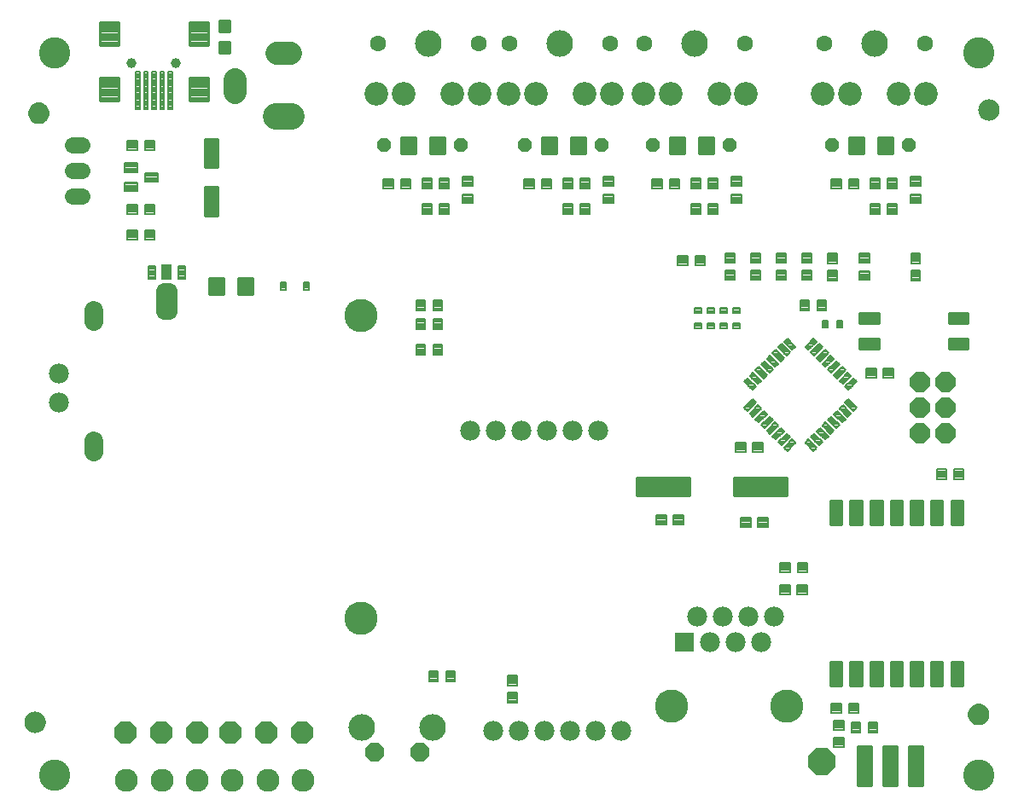
<source format=gbr>
G04 EAGLE Gerber RS-274X export*
G75*
%MOMM*%
%FSLAX34Y34*%
%LPD*%
%INSoldermask Top*%
%IPPOS*%
%AMOC8*
5,1,8,0,0,1.08239X$1,22.5*%
G01*
%ADD10C,2.641600*%
%ADD11C,2.351600*%
%ADD12C,1.601600*%
%ADD13C,0.198288*%
%ADD14P,1.429621X8X22.500000*%
%ADD15C,1.879600*%
%ADD16C,0.901600*%
%ADD17C,3.301600*%
%ADD18C,3.101600*%
%ADD19C,1.981200*%
%ADD20C,0.255238*%
%ADD21C,0.196594*%
%ADD22C,1.625600*%
%ADD23C,0.204847*%
%ADD24C,0.240253*%
%ADD25P,2.034460X8X22.500000*%
%ADD26C,0.221272*%
%ADD27C,0.204544*%
%ADD28C,0.294222*%
%ADD29C,1.001600*%
%ADD30C,0.207366*%
%ADD31C,1.597216*%
%ADD32R,1.016000X1.524000*%
%ADD33C,2.286000*%
%ADD34C,2.641600*%
%ADD35C,0.304800*%
%ADD36C,0.204722*%
%ADD37P,2.859241X8X22.500000*%
%ADD38C,0.260094*%
%ADD39C,0.233172*%
%ADD40P,2.144431X8X112.500000*%
%ADD41R,1.981200X1.981200*%
%ADD42C,2.286000*%
%ADD43P,2.446851X8X22.500000*%
%ADD44C,0.216288*%
%ADD45C,0.203463*%

G36*
X969892Y691286D02*
X969892Y691286D01*
X969935Y691298D01*
X970001Y691305D01*
X971684Y691756D01*
X971725Y691775D01*
X971788Y691794D01*
X973368Y692531D01*
X973405Y692557D01*
X973464Y692586D01*
X974892Y693586D01*
X974923Y693618D01*
X974976Y693657D01*
X976209Y694890D01*
X976234Y694926D01*
X976280Y694974D01*
X977280Y696402D01*
X977298Y696443D01*
X977335Y696498D01*
X978072Y698078D01*
X978083Y698121D01*
X978110Y698182D01*
X978561Y699865D01*
X978563Y699897D01*
X978570Y699918D01*
X978570Y699933D01*
X978580Y699974D01*
X978732Y701711D01*
X978728Y701755D01*
X978732Y701821D01*
X978580Y703558D01*
X978568Y703601D01*
X978561Y703667D01*
X978110Y705350D01*
X978091Y705391D01*
X978072Y705454D01*
X977335Y707034D01*
X977309Y707071D01*
X977280Y707130D01*
X976280Y708558D01*
X976248Y708589D01*
X976209Y708642D01*
X974976Y709875D01*
X974940Y709900D01*
X974892Y709946D01*
X973464Y710946D01*
X973423Y710964D01*
X973368Y711001D01*
X971788Y711738D01*
X971745Y711749D01*
X971684Y711776D01*
X970001Y712227D01*
X969956Y712230D01*
X969892Y712246D01*
X968155Y712398D01*
X968111Y712394D01*
X968045Y712398D01*
X966308Y712246D01*
X966265Y712234D01*
X966199Y712227D01*
X964516Y711776D01*
X964475Y711757D01*
X964412Y711738D01*
X962832Y711001D01*
X962795Y710975D01*
X962736Y710946D01*
X961308Y709946D01*
X961277Y709914D01*
X961224Y709875D01*
X959991Y708642D01*
X959966Y708606D01*
X959920Y708558D01*
X958920Y707130D01*
X958902Y707089D01*
X958865Y707034D01*
X958128Y705454D01*
X958117Y705411D01*
X958090Y705350D01*
X957639Y703667D01*
X957636Y703622D01*
X957620Y703558D01*
X957468Y701821D01*
X957472Y701777D01*
X957468Y701711D01*
X957620Y699974D01*
X957632Y699931D01*
X957636Y699897D01*
X957636Y699881D01*
X957638Y699876D01*
X957639Y699865D01*
X958090Y698182D01*
X958109Y698141D01*
X958128Y698078D01*
X958865Y696498D01*
X958891Y696461D01*
X958920Y696402D01*
X959920Y694974D01*
X959952Y694943D01*
X959991Y694890D01*
X961224Y693657D01*
X961260Y693632D01*
X961308Y693586D01*
X962736Y692586D01*
X962777Y692568D01*
X962832Y692531D01*
X964412Y691794D01*
X964455Y691783D01*
X964516Y691756D01*
X966199Y691305D01*
X966244Y691302D01*
X966308Y691286D01*
X968045Y691134D01*
X968089Y691138D01*
X968155Y691134D01*
X969892Y691286D01*
G37*
G36*
X27192Y688020D02*
X27192Y688020D01*
X27235Y688032D01*
X27301Y688039D01*
X28984Y688490D01*
X29025Y688509D01*
X29088Y688528D01*
X30668Y689265D01*
X30705Y689291D01*
X30764Y689320D01*
X32192Y690320D01*
X32223Y690352D01*
X32276Y690391D01*
X33509Y691624D01*
X33534Y691660D01*
X33580Y691708D01*
X34580Y693136D01*
X34598Y693177D01*
X34635Y693232D01*
X35372Y694812D01*
X35383Y694855D01*
X35410Y694916D01*
X35861Y696599D01*
X35863Y696631D01*
X35870Y696652D01*
X35870Y696667D01*
X35880Y696708D01*
X36032Y698445D01*
X36028Y698489D01*
X36032Y698555D01*
X35880Y700292D01*
X35868Y700335D01*
X35861Y700401D01*
X35410Y702084D01*
X35391Y702125D01*
X35372Y702188D01*
X34635Y703768D01*
X34609Y703805D01*
X34580Y703864D01*
X33580Y705292D01*
X33548Y705323D01*
X33509Y705376D01*
X32276Y706609D01*
X32240Y706634D01*
X32192Y706680D01*
X30764Y707680D01*
X30723Y707698D01*
X30668Y707735D01*
X29088Y708472D01*
X29045Y708483D01*
X28984Y708510D01*
X27301Y708961D01*
X27256Y708964D01*
X27192Y708980D01*
X25455Y709132D01*
X25411Y709128D01*
X25345Y709132D01*
X23608Y708980D01*
X23565Y708968D01*
X23499Y708961D01*
X21816Y708510D01*
X21775Y708491D01*
X21712Y708472D01*
X20132Y707735D01*
X20095Y707709D01*
X20036Y707680D01*
X18608Y706680D01*
X18577Y706648D01*
X18524Y706609D01*
X17291Y705376D01*
X17266Y705340D01*
X17220Y705292D01*
X16220Y703864D01*
X16202Y703823D01*
X16165Y703768D01*
X15428Y702188D01*
X15417Y702145D01*
X15390Y702084D01*
X14939Y700401D01*
X14936Y700356D01*
X14920Y700292D01*
X14768Y698555D01*
X14772Y698511D01*
X14768Y698445D01*
X14920Y696708D01*
X14932Y696665D01*
X14936Y696631D01*
X14936Y696615D01*
X14938Y696610D01*
X14939Y696599D01*
X15390Y694916D01*
X15409Y694875D01*
X15428Y694812D01*
X16165Y693232D01*
X16191Y693195D01*
X16220Y693136D01*
X17220Y691708D01*
X17252Y691677D01*
X17291Y691624D01*
X18524Y690391D01*
X18560Y690366D01*
X18608Y690320D01*
X20036Y689320D01*
X20077Y689302D01*
X20132Y689265D01*
X21712Y688528D01*
X21755Y688517D01*
X21816Y688490D01*
X23499Y688039D01*
X23544Y688036D01*
X23608Y688020D01*
X25345Y687868D01*
X25389Y687872D01*
X25455Y687868D01*
X27192Y688020D01*
G37*
G36*
X959692Y91120D02*
X959692Y91120D01*
X959735Y91132D01*
X959801Y91139D01*
X961484Y91590D01*
X961525Y91609D01*
X961588Y91628D01*
X963168Y92365D01*
X963205Y92391D01*
X963264Y92420D01*
X964692Y93420D01*
X964723Y93452D01*
X964776Y93491D01*
X966009Y94724D01*
X966034Y94760D01*
X966080Y94808D01*
X967080Y96236D01*
X967098Y96277D01*
X967135Y96332D01*
X967872Y97912D01*
X967883Y97955D01*
X967910Y98016D01*
X968361Y99699D01*
X968363Y99731D01*
X968370Y99752D01*
X968370Y99767D01*
X968380Y99808D01*
X968532Y101545D01*
X968528Y101589D01*
X968532Y101655D01*
X968380Y103392D01*
X968368Y103435D01*
X968361Y103501D01*
X967910Y105184D01*
X967891Y105225D01*
X967872Y105288D01*
X967135Y106868D01*
X967109Y106905D01*
X967080Y106964D01*
X966080Y108392D01*
X966048Y108423D01*
X966009Y108476D01*
X964776Y109709D01*
X964740Y109734D01*
X964692Y109780D01*
X963264Y110780D01*
X963223Y110798D01*
X963168Y110835D01*
X961588Y111572D01*
X961545Y111583D01*
X961484Y111610D01*
X959801Y112061D01*
X959756Y112064D01*
X959692Y112080D01*
X957955Y112232D01*
X957911Y112228D01*
X957845Y112232D01*
X956108Y112080D01*
X956065Y112068D01*
X955999Y112061D01*
X954316Y111610D01*
X954275Y111591D01*
X954212Y111572D01*
X952632Y110835D01*
X952595Y110809D01*
X952536Y110780D01*
X951108Y109780D01*
X951077Y109748D01*
X951024Y109709D01*
X949791Y108476D01*
X949766Y108440D01*
X949720Y108392D01*
X948720Y106964D01*
X948702Y106923D01*
X948665Y106868D01*
X947928Y105288D01*
X947917Y105245D01*
X947890Y105184D01*
X947439Y103501D01*
X947436Y103456D01*
X947420Y103392D01*
X947268Y101655D01*
X947272Y101611D01*
X947268Y101545D01*
X947420Y99808D01*
X947432Y99765D01*
X947436Y99731D01*
X947436Y99715D01*
X947438Y99710D01*
X947439Y99699D01*
X947890Y98016D01*
X947909Y97975D01*
X947928Y97912D01*
X948665Y96332D01*
X948691Y96295D01*
X948720Y96236D01*
X949720Y94808D01*
X949752Y94777D01*
X949791Y94724D01*
X951024Y93491D01*
X951060Y93466D01*
X951108Y93420D01*
X952536Y92420D01*
X952577Y92402D01*
X952632Y92365D01*
X954212Y91628D01*
X954255Y91617D01*
X954316Y91590D01*
X955999Y91139D01*
X956044Y91136D01*
X956108Y91120D01*
X957845Y90968D01*
X957889Y90972D01*
X957955Y90968D01*
X959692Y91120D01*
G37*
G36*
X23532Y83346D02*
X23532Y83346D01*
X23575Y83358D01*
X23641Y83365D01*
X25324Y83816D01*
X25365Y83835D01*
X25428Y83854D01*
X27008Y84591D01*
X27045Y84617D01*
X27104Y84646D01*
X28532Y85646D01*
X28563Y85678D01*
X28616Y85717D01*
X29849Y86950D01*
X29874Y86986D01*
X29920Y87034D01*
X30920Y88462D01*
X30938Y88503D01*
X30975Y88558D01*
X31712Y90138D01*
X31723Y90181D01*
X31750Y90242D01*
X32201Y91925D01*
X32203Y91957D01*
X32210Y91978D01*
X32210Y91993D01*
X32220Y92034D01*
X32372Y93771D01*
X32368Y93815D01*
X32372Y93881D01*
X32220Y95618D01*
X32208Y95661D01*
X32201Y95727D01*
X31750Y97410D01*
X31731Y97451D01*
X31712Y97514D01*
X30975Y99094D01*
X30949Y99131D01*
X30920Y99190D01*
X29920Y100618D01*
X29888Y100649D01*
X29849Y100702D01*
X28616Y101935D01*
X28580Y101960D01*
X28532Y102006D01*
X27104Y103006D01*
X27063Y103024D01*
X27008Y103061D01*
X25428Y103798D01*
X25385Y103809D01*
X25324Y103836D01*
X23641Y104287D01*
X23596Y104290D01*
X23532Y104306D01*
X21795Y104458D01*
X21751Y104454D01*
X21685Y104458D01*
X19948Y104306D01*
X19905Y104294D01*
X19839Y104287D01*
X18156Y103836D01*
X18115Y103817D01*
X18052Y103798D01*
X16472Y103061D01*
X16435Y103035D01*
X16376Y103006D01*
X14948Y102006D01*
X14917Y101974D01*
X14864Y101935D01*
X13631Y100702D01*
X13606Y100666D01*
X13560Y100618D01*
X12560Y99190D01*
X12542Y99149D01*
X12505Y99094D01*
X11768Y97514D01*
X11757Y97471D01*
X11730Y97410D01*
X11279Y95727D01*
X11276Y95682D01*
X11260Y95618D01*
X11108Y93881D01*
X11112Y93837D01*
X11108Y93771D01*
X11260Y92034D01*
X11272Y91991D01*
X11276Y91957D01*
X11276Y91941D01*
X11278Y91936D01*
X11279Y91925D01*
X11730Y90242D01*
X11749Y90201D01*
X11768Y90138D01*
X12505Y88558D01*
X12531Y88521D01*
X12560Y88462D01*
X13560Y87034D01*
X13592Y87003D01*
X13631Y86950D01*
X14864Y85717D01*
X14900Y85692D01*
X14948Y85646D01*
X16376Y84646D01*
X16417Y84628D01*
X16472Y84591D01*
X18052Y83854D01*
X18095Y83843D01*
X18156Y83816D01*
X19839Y83365D01*
X19884Y83362D01*
X19948Y83346D01*
X21685Y83194D01*
X21729Y83198D01*
X21795Y83194D01*
X23532Y83346D01*
G37*
D10*
X854400Y768166D03*
D11*
X878400Y718166D03*
X830400Y718166D03*
X803400Y718166D03*
X905400Y718166D03*
D12*
X904400Y768166D03*
X804400Y768166D03*
D10*
X676300Y768166D03*
D11*
X700300Y718166D03*
X652300Y718166D03*
X625300Y718166D03*
X727300Y718166D03*
D12*
X726300Y768166D03*
X626300Y768166D03*
D10*
X542650Y768166D03*
D11*
X566650Y718166D03*
X518650Y718166D03*
X491650Y718166D03*
X593650Y718166D03*
D12*
X592650Y768166D03*
X492650Y768166D03*
D13*
X562783Y633683D02*
X571817Y633683D01*
X571817Y623649D01*
X562783Y623649D01*
X562783Y633683D01*
X562783Y625533D02*
X571817Y625533D01*
X571817Y627417D02*
X562783Y627417D01*
X562783Y629301D02*
X571817Y629301D01*
X571817Y631185D02*
X562783Y631185D01*
X562783Y633069D02*
X571817Y633069D01*
X554817Y633683D02*
X545783Y633683D01*
X554817Y633683D02*
X554817Y623649D01*
X545783Y623649D01*
X545783Y633683D01*
X545783Y625533D02*
X554817Y625533D01*
X554817Y627417D02*
X545783Y627417D01*
X545783Y629301D02*
X554817Y629301D01*
X554817Y631185D02*
X545783Y631185D01*
X545783Y633069D02*
X554817Y633069D01*
D14*
X508000Y666766D03*
X584200Y666766D03*
D13*
X571817Y608283D02*
X562783Y608283D01*
X571817Y608283D02*
X571817Y598249D01*
X562783Y598249D01*
X562783Y608283D01*
X562783Y600133D02*
X571817Y600133D01*
X571817Y602017D02*
X562783Y602017D01*
X562783Y603901D02*
X571817Y603901D01*
X571817Y605785D02*
X562783Y605785D01*
X562783Y607669D02*
X571817Y607669D01*
X554817Y608283D02*
X545783Y608283D01*
X554817Y608283D02*
X554817Y598249D01*
X545783Y598249D01*
X545783Y608283D01*
X545783Y600133D02*
X554817Y600133D01*
X554817Y602017D02*
X545783Y602017D01*
X545783Y603901D02*
X554817Y603901D01*
X554817Y605785D02*
X545783Y605785D01*
X545783Y607669D02*
X554817Y607669D01*
X767017Y542133D02*
X767017Y533099D01*
X756983Y533099D01*
X756983Y542133D01*
X767017Y542133D01*
X767017Y534983D02*
X756983Y534983D01*
X756983Y536867D02*
X767017Y536867D01*
X767017Y538751D02*
X756983Y538751D01*
X756983Y540635D02*
X767017Y540635D01*
X767017Y550099D02*
X767017Y559133D01*
X767017Y550099D02*
X756983Y550099D01*
X756983Y559133D01*
X767017Y559133D01*
X767017Y551983D02*
X756983Y551983D01*
X756983Y553867D02*
X767017Y553867D01*
X767017Y555751D02*
X756983Y555751D01*
X756983Y557635D02*
X767017Y557635D01*
X782383Y559133D02*
X782383Y550099D01*
X782383Y559133D02*
X792417Y559133D01*
X792417Y550099D01*
X782383Y550099D01*
X782383Y551983D02*
X792417Y551983D01*
X792417Y553867D02*
X782383Y553867D01*
X782383Y555751D02*
X792417Y555751D01*
X792417Y557635D02*
X782383Y557635D01*
X782383Y542133D02*
X782383Y533099D01*
X782383Y542133D02*
X792417Y542133D01*
X792417Y533099D01*
X782383Y533099D01*
X782383Y534983D02*
X792417Y534983D01*
X792417Y536867D02*
X782383Y536867D01*
X782383Y538751D02*
X792417Y538751D01*
X792417Y540635D02*
X782383Y540635D01*
X706183Y550099D02*
X706183Y559133D01*
X716217Y559133D01*
X716217Y550099D01*
X706183Y550099D01*
X706183Y551983D02*
X716217Y551983D01*
X716217Y553867D02*
X706183Y553867D01*
X706183Y555751D02*
X716217Y555751D01*
X716217Y557635D02*
X706183Y557635D01*
X706183Y542133D02*
X706183Y533099D01*
X706183Y542133D02*
X716217Y542133D01*
X716217Y533099D01*
X706183Y533099D01*
X706183Y534983D02*
X716217Y534983D01*
X716217Y536867D02*
X706183Y536867D01*
X706183Y538751D02*
X716217Y538751D01*
X716217Y540635D02*
X706183Y540635D01*
X741617Y542133D02*
X741617Y533099D01*
X731583Y533099D01*
X731583Y542133D01*
X741617Y542133D01*
X741617Y534983D02*
X731583Y534983D01*
X731583Y536867D02*
X741617Y536867D01*
X741617Y538751D02*
X731583Y538751D01*
X731583Y540635D02*
X741617Y540635D01*
X741617Y550099D02*
X741617Y559133D01*
X741617Y550099D02*
X731583Y550099D01*
X731583Y559133D01*
X741617Y559133D01*
X741617Y551983D02*
X731583Y551983D01*
X731583Y553867D02*
X741617Y553867D01*
X741617Y555751D02*
X731583Y555751D01*
X731583Y557635D02*
X741617Y557635D01*
X867583Y633683D02*
X876617Y633683D01*
X876617Y623649D01*
X867583Y623649D01*
X867583Y633683D01*
X867583Y625533D02*
X876617Y625533D01*
X876617Y627417D02*
X867583Y627417D01*
X867583Y629301D02*
X876617Y629301D01*
X876617Y631185D02*
X867583Y631185D01*
X867583Y633069D02*
X876617Y633069D01*
X859617Y633683D02*
X850583Y633683D01*
X859617Y633683D02*
X859617Y623649D01*
X850583Y623649D01*
X850583Y633683D01*
X850583Y625533D02*
X859617Y625533D01*
X859617Y627417D02*
X850583Y627417D01*
X850583Y629301D02*
X859617Y629301D01*
X859617Y631185D02*
X850583Y631185D01*
X850583Y633069D02*
X859617Y633069D01*
D14*
X812800Y666766D03*
X889000Y666766D03*
D13*
X876617Y608283D02*
X867583Y608283D01*
X876617Y608283D02*
X876617Y598249D01*
X867583Y598249D01*
X867583Y608283D01*
X867583Y600133D02*
X876617Y600133D01*
X876617Y602017D02*
X867583Y602017D01*
X867583Y603901D02*
X876617Y603901D01*
X876617Y605785D02*
X867583Y605785D01*
X867583Y607669D02*
X876617Y607669D01*
X859617Y608283D02*
X850583Y608283D01*
X859617Y608283D02*
X859617Y598249D01*
X850583Y598249D01*
X850583Y608283D01*
X850583Y600133D02*
X859617Y600133D01*
X859617Y602017D02*
X850583Y602017D01*
X850583Y603901D02*
X859617Y603901D01*
X859617Y605785D02*
X850583Y605785D01*
X850583Y607669D02*
X859617Y607669D01*
X432117Y633683D02*
X423083Y633683D01*
X432117Y633683D02*
X432117Y623649D01*
X423083Y623649D01*
X423083Y633683D01*
X423083Y625533D02*
X432117Y625533D01*
X432117Y627417D02*
X423083Y627417D01*
X423083Y629301D02*
X432117Y629301D01*
X432117Y631185D02*
X423083Y631185D01*
X423083Y633069D02*
X432117Y633069D01*
X415117Y633683D02*
X406083Y633683D01*
X415117Y633683D02*
X415117Y623649D01*
X406083Y623649D01*
X406083Y633683D01*
X406083Y625533D02*
X415117Y625533D01*
X415117Y627417D02*
X406083Y627417D01*
X406083Y629301D02*
X415117Y629301D01*
X415117Y631185D02*
X406083Y631185D01*
X406083Y633069D02*
X415117Y633069D01*
D14*
X368300Y666766D03*
X444500Y666766D03*
D13*
X432117Y608283D02*
X423083Y608283D01*
X432117Y608283D02*
X432117Y598249D01*
X423083Y598249D01*
X423083Y608283D01*
X423083Y600133D02*
X432117Y600133D01*
X432117Y602017D02*
X423083Y602017D01*
X423083Y603901D02*
X432117Y603901D01*
X432117Y605785D02*
X423083Y605785D01*
X423083Y607669D02*
X432117Y607669D01*
X415117Y608283D02*
X406083Y608283D01*
X415117Y608283D02*
X415117Y598249D01*
X406083Y598249D01*
X406083Y608283D01*
X406083Y600133D02*
X415117Y600133D01*
X415117Y602017D02*
X406083Y602017D01*
X406083Y603901D02*
X415117Y603901D01*
X415117Y605785D02*
X406083Y605785D01*
X406083Y607669D02*
X415117Y607669D01*
X408767Y502983D02*
X399733Y502983D01*
X399733Y513017D01*
X408767Y513017D01*
X408767Y502983D01*
X408767Y504867D02*
X399733Y504867D01*
X399733Y506751D02*
X408767Y506751D01*
X408767Y508635D02*
X399733Y508635D01*
X399733Y510519D02*
X408767Y510519D01*
X408767Y512403D02*
X399733Y512403D01*
X416733Y502983D02*
X425767Y502983D01*
X416733Y502983D02*
X416733Y513017D01*
X425767Y513017D01*
X425767Y502983D01*
X425767Y504867D02*
X416733Y504867D01*
X416733Y506751D02*
X425767Y506751D01*
X425767Y508635D02*
X416733Y508635D01*
X416733Y510519D02*
X425767Y510519D01*
X425767Y512403D02*
X416733Y512403D01*
D10*
X411700Y768166D03*
D11*
X435700Y718166D03*
X387700Y718166D03*
X360700Y718166D03*
X462700Y718166D03*
D12*
X461700Y768166D03*
X361700Y768166D03*
D13*
X689783Y633683D02*
X698817Y633683D01*
X698817Y623649D01*
X689783Y623649D01*
X689783Y633683D01*
X689783Y625533D02*
X698817Y625533D01*
X698817Y627417D02*
X689783Y627417D01*
X689783Y629301D02*
X698817Y629301D01*
X698817Y631185D02*
X689783Y631185D01*
X689783Y633069D02*
X698817Y633069D01*
X681817Y633683D02*
X672783Y633683D01*
X681817Y633683D02*
X681817Y623649D01*
X672783Y623649D01*
X672783Y633683D01*
X672783Y625533D02*
X681817Y625533D01*
X681817Y627417D02*
X672783Y627417D01*
X672783Y629301D02*
X681817Y629301D01*
X681817Y631185D02*
X672783Y631185D01*
X672783Y633069D02*
X681817Y633069D01*
D14*
X635000Y666766D03*
X711200Y666766D03*
D13*
X698817Y608283D02*
X689783Y608283D01*
X698817Y608283D02*
X698817Y598249D01*
X689783Y598249D01*
X689783Y608283D01*
X689783Y600133D02*
X698817Y600133D01*
X698817Y602017D02*
X689783Y602017D01*
X689783Y603901D02*
X698817Y603901D01*
X698817Y605785D02*
X689783Y605785D01*
X689783Y607669D02*
X698817Y607669D01*
X681817Y608283D02*
X672783Y608283D01*
X681817Y608283D02*
X681817Y598249D01*
X672783Y598249D01*
X672783Y608283D01*
X672783Y600133D02*
X681817Y600133D01*
X681817Y602017D02*
X672783Y602017D01*
X672783Y603901D02*
X681817Y603901D01*
X681817Y605785D02*
X672783Y605785D01*
X672783Y607669D02*
X681817Y607669D01*
D15*
X80100Y502800D02*
X80100Y492132D01*
X80100Y372800D02*
X80100Y362132D01*
D16*
X80100Y497466D03*
X80100Y367466D03*
D17*
X345100Y197466D03*
X345100Y497466D03*
D18*
X41000Y758066D03*
X958000Y758066D03*
X41000Y41066D03*
X958000Y41066D03*
D19*
X476200Y85766D03*
X501600Y85766D03*
X527000Y85766D03*
X552400Y85766D03*
X577800Y85766D03*
X603200Y85766D03*
D20*
X427852Y658519D02*
X413388Y658519D01*
X413388Y675013D01*
X427852Y675013D01*
X427852Y658519D01*
X427852Y660943D02*
X413388Y660943D01*
X413388Y663367D02*
X427852Y663367D01*
X427852Y665791D02*
X413388Y665791D01*
X413388Y668215D02*
X427852Y668215D01*
X427852Y670639D02*
X413388Y670639D01*
X413388Y673063D02*
X427852Y673063D01*
X399412Y658519D02*
X384948Y658519D01*
X384948Y675013D01*
X399412Y675013D01*
X399412Y658519D01*
X399412Y660943D02*
X384948Y660943D01*
X384948Y663367D02*
X399412Y663367D01*
X399412Y665791D02*
X384948Y665791D01*
X384948Y668215D02*
X399412Y668215D01*
X399412Y670639D02*
X384948Y670639D01*
X384948Y673063D02*
X399412Y673063D01*
X553088Y658519D02*
X567552Y658519D01*
X553088Y658519D02*
X553088Y675013D01*
X567552Y675013D01*
X567552Y658519D01*
X567552Y660943D02*
X553088Y660943D01*
X553088Y663367D02*
X567552Y663367D01*
X567552Y665791D02*
X553088Y665791D01*
X553088Y668215D02*
X567552Y668215D01*
X567552Y670639D02*
X553088Y670639D01*
X553088Y673063D02*
X567552Y673063D01*
X539112Y658519D02*
X524648Y658519D01*
X524648Y675013D01*
X539112Y675013D01*
X539112Y658519D01*
X539112Y660943D02*
X524648Y660943D01*
X524648Y663367D02*
X539112Y663367D01*
X539112Y665791D02*
X524648Y665791D01*
X524648Y668215D02*
X539112Y668215D01*
X539112Y670639D02*
X524648Y670639D01*
X524648Y673063D02*
X539112Y673063D01*
X680088Y658519D02*
X694552Y658519D01*
X680088Y658519D02*
X680088Y675013D01*
X694552Y675013D01*
X694552Y658519D01*
X694552Y660943D02*
X680088Y660943D01*
X680088Y663367D02*
X694552Y663367D01*
X694552Y665791D02*
X680088Y665791D01*
X680088Y668215D02*
X694552Y668215D01*
X694552Y670639D02*
X680088Y670639D01*
X680088Y673063D02*
X694552Y673063D01*
X666112Y658519D02*
X651648Y658519D01*
X651648Y675013D01*
X666112Y675013D01*
X666112Y658519D01*
X666112Y660943D02*
X651648Y660943D01*
X651648Y663367D02*
X666112Y663367D01*
X666112Y665791D02*
X651648Y665791D01*
X651648Y668215D02*
X666112Y668215D01*
X666112Y670639D02*
X651648Y670639D01*
X651648Y673063D02*
X666112Y673063D01*
X857888Y658519D02*
X872352Y658519D01*
X857888Y658519D02*
X857888Y675013D01*
X872352Y675013D01*
X872352Y658519D01*
X872352Y660943D02*
X857888Y660943D01*
X857888Y663367D02*
X872352Y663367D01*
X872352Y665791D02*
X857888Y665791D01*
X857888Y668215D02*
X872352Y668215D01*
X872352Y670639D02*
X857888Y670639D01*
X857888Y673063D02*
X872352Y673063D01*
X843912Y658519D02*
X829448Y658519D01*
X829448Y675013D01*
X843912Y675013D01*
X843912Y658519D01*
X843912Y660943D02*
X829448Y660943D01*
X829448Y663367D02*
X843912Y663367D01*
X843912Y665791D02*
X829448Y665791D01*
X829448Y668215D02*
X843912Y668215D01*
X843912Y670639D02*
X829448Y670639D01*
X829448Y673063D02*
X843912Y673063D01*
D13*
X445833Y635317D02*
X445833Y626283D01*
X445833Y635317D02*
X455867Y635317D01*
X455867Y626283D01*
X445833Y626283D01*
X445833Y628167D02*
X455867Y628167D01*
X455867Y630051D02*
X445833Y630051D01*
X445833Y631935D02*
X455867Y631935D01*
X455867Y633819D02*
X445833Y633819D01*
X445833Y618317D02*
X445833Y609283D01*
X445833Y618317D02*
X455867Y618317D01*
X455867Y609283D01*
X445833Y609283D01*
X445833Y611167D02*
X455867Y611167D01*
X455867Y613051D02*
X445833Y613051D01*
X445833Y614935D02*
X455867Y614935D01*
X455867Y616819D02*
X445833Y616819D01*
X585533Y626283D02*
X585533Y635317D01*
X595567Y635317D01*
X595567Y626283D01*
X585533Y626283D01*
X585533Y628167D02*
X595567Y628167D01*
X595567Y630051D02*
X585533Y630051D01*
X585533Y631935D02*
X595567Y631935D01*
X595567Y633819D02*
X585533Y633819D01*
X585533Y618317D02*
X585533Y609283D01*
X585533Y618317D02*
X595567Y618317D01*
X595567Y609283D01*
X585533Y609283D01*
X585533Y611167D02*
X595567Y611167D01*
X595567Y613051D02*
X585533Y613051D01*
X585533Y614935D02*
X595567Y614935D01*
X595567Y616819D02*
X585533Y616819D01*
X712533Y626283D02*
X712533Y635317D01*
X722567Y635317D01*
X722567Y626283D01*
X712533Y626283D01*
X712533Y628167D02*
X722567Y628167D01*
X722567Y630051D02*
X712533Y630051D01*
X712533Y631935D02*
X722567Y631935D01*
X722567Y633819D02*
X712533Y633819D01*
X712533Y618317D02*
X712533Y609283D01*
X712533Y618317D02*
X722567Y618317D01*
X722567Y609283D01*
X712533Y609283D01*
X712533Y611167D02*
X722567Y611167D01*
X722567Y613051D02*
X712533Y613051D01*
X712533Y614935D02*
X722567Y614935D01*
X722567Y616819D02*
X712533Y616819D01*
X890333Y626283D02*
X890333Y635317D01*
X900367Y635317D01*
X900367Y626283D01*
X890333Y626283D01*
X890333Y628167D02*
X900367Y628167D01*
X900367Y630051D02*
X890333Y630051D01*
X890333Y631935D02*
X900367Y631935D01*
X900367Y633819D02*
X890333Y633819D01*
X890333Y618317D02*
X890333Y609283D01*
X890333Y618317D02*
X900367Y618317D01*
X900367Y609283D01*
X890333Y609283D01*
X890333Y611167D02*
X900367Y611167D01*
X900367Y613051D02*
X890333Y613051D01*
X890333Y614935D02*
X900367Y614935D01*
X900367Y616819D02*
X890333Y616819D01*
D21*
X110711Y639920D02*
X110711Y648876D01*
X122969Y648876D01*
X122969Y639920D01*
X110711Y639920D01*
X110711Y641788D02*
X122969Y641788D01*
X122969Y643656D02*
X110711Y643656D01*
X110711Y645524D02*
X122969Y645524D01*
X122969Y647392D02*
X110711Y647392D01*
X110711Y630080D02*
X110711Y621124D01*
X110711Y630080D02*
X122969Y630080D01*
X122969Y621124D01*
X110711Y621124D01*
X110711Y622992D02*
X122969Y622992D01*
X122969Y624860D02*
X110711Y624860D01*
X110711Y626728D02*
X122969Y626728D01*
X122969Y628596D02*
X110711Y628596D01*
X131031Y630522D02*
X131031Y639478D01*
X143289Y639478D01*
X143289Y630522D01*
X131031Y630522D01*
X131031Y632390D02*
X143289Y632390D01*
X143289Y634258D02*
X131031Y634258D01*
X131031Y636126D02*
X143289Y636126D01*
X143289Y637994D02*
X131031Y637994D01*
D13*
X123517Y662249D02*
X113483Y662249D01*
X113483Y671283D01*
X123517Y671283D01*
X123517Y662249D01*
X123517Y664133D02*
X113483Y664133D01*
X113483Y666017D02*
X123517Y666017D01*
X123517Y667901D02*
X113483Y667901D01*
X113483Y669785D02*
X123517Y669785D01*
X130483Y662249D02*
X140517Y662249D01*
X130483Y662249D02*
X130483Y671283D01*
X140517Y671283D01*
X140517Y662249D01*
X140517Y664133D02*
X130483Y664133D01*
X130483Y666017D02*
X140517Y666017D01*
X140517Y667901D02*
X130483Y667901D01*
X130483Y669785D02*
X140517Y669785D01*
X140517Y607783D02*
X130483Y607783D01*
X140517Y607783D02*
X140517Y598749D01*
X130483Y598749D01*
X130483Y607783D01*
X130483Y600633D02*
X140517Y600633D01*
X140517Y602517D02*
X130483Y602517D01*
X130483Y604401D02*
X140517Y604401D01*
X140517Y606285D02*
X130483Y606285D01*
X123517Y607783D02*
X113483Y607783D01*
X123517Y607783D02*
X123517Y598749D01*
X113483Y598749D01*
X113483Y607783D01*
X113483Y600633D02*
X123517Y600633D01*
X123517Y602517D02*
X113483Y602517D01*
X113483Y604401D02*
X123517Y604401D01*
X123517Y606285D02*
X113483Y606285D01*
D22*
X68072Y666766D02*
X58928Y666766D01*
X58928Y641366D02*
X68072Y641366D01*
X68072Y615966D02*
X58928Y615966D01*
D13*
X367483Y624149D02*
X377517Y624149D01*
X367483Y624149D02*
X367483Y633183D01*
X377517Y633183D01*
X377517Y624149D01*
X377517Y626033D02*
X367483Y626033D01*
X367483Y627917D02*
X377517Y627917D01*
X377517Y629801D02*
X367483Y629801D01*
X367483Y631685D02*
X377517Y631685D01*
X384483Y624149D02*
X394517Y624149D01*
X384483Y624149D02*
X384483Y633183D01*
X394517Y633183D01*
X394517Y624149D01*
X394517Y626033D02*
X384483Y626033D01*
X384483Y627917D02*
X394517Y627917D01*
X394517Y629801D02*
X384483Y629801D01*
X384483Y631685D02*
X394517Y631685D01*
X507183Y624149D02*
X517217Y624149D01*
X507183Y624149D02*
X507183Y633183D01*
X517217Y633183D01*
X517217Y624149D01*
X517217Y626033D02*
X507183Y626033D01*
X507183Y627917D02*
X517217Y627917D01*
X517217Y629801D02*
X507183Y629801D01*
X507183Y631685D02*
X517217Y631685D01*
X524183Y624149D02*
X534217Y624149D01*
X524183Y624149D02*
X524183Y633183D01*
X534217Y633183D01*
X534217Y624149D01*
X534217Y626033D02*
X524183Y626033D01*
X524183Y627917D02*
X534217Y627917D01*
X534217Y629801D02*
X524183Y629801D01*
X524183Y631685D02*
X534217Y631685D01*
X634183Y624149D02*
X644217Y624149D01*
X634183Y624149D02*
X634183Y633183D01*
X644217Y633183D01*
X644217Y624149D01*
X644217Y626033D02*
X634183Y626033D01*
X634183Y627917D02*
X644217Y627917D01*
X644217Y629801D02*
X634183Y629801D01*
X634183Y631685D02*
X644217Y631685D01*
X651183Y624149D02*
X661217Y624149D01*
X651183Y624149D02*
X651183Y633183D01*
X661217Y633183D01*
X661217Y624149D01*
X661217Y626033D02*
X651183Y626033D01*
X651183Y627917D02*
X661217Y627917D01*
X661217Y629801D02*
X651183Y629801D01*
X651183Y631685D02*
X661217Y631685D01*
X811983Y624149D02*
X822017Y624149D01*
X811983Y624149D02*
X811983Y633183D01*
X822017Y633183D01*
X822017Y624149D01*
X822017Y626033D02*
X811983Y626033D01*
X811983Y627917D02*
X822017Y627917D01*
X822017Y629801D02*
X811983Y629801D01*
X811983Y631685D02*
X822017Y631685D01*
X828983Y624149D02*
X839017Y624149D01*
X828983Y624149D02*
X828983Y633183D01*
X839017Y633183D01*
X839017Y624149D01*
X839017Y626033D02*
X828983Y626033D01*
X828983Y627917D02*
X839017Y627917D01*
X839017Y629801D02*
X828983Y629801D01*
X828983Y631685D02*
X839017Y631685D01*
X817317Y542633D02*
X817317Y532599D01*
X808283Y532599D01*
X808283Y542633D01*
X817317Y542633D01*
X817317Y534483D02*
X808283Y534483D01*
X808283Y536367D02*
X817317Y536367D01*
X817317Y538251D02*
X808283Y538251D01*
X808283Y540135D02*
X817317Y540135D01*
X817317Y542019D02*
X808283Y542019D01*
X817317Y549599D02*
X817317Y559633D01*
X817317Y549599D02*
X808283Y549599D01*
X808283Y559633D01*
X817317Y559633D01*
X817317Y551483D02*
X808283Y551483D01*
X808283Y553367D02*
X817317Y553367D01*
X817317Y555251D02*
X808283Y555251D01*
X808283Y557135D02*
X817317Y557135D01*
X817317Y559019D02*
X808283Y559019D01*
X686617Y556983D02*
X676583Y556983D01*
X686617Y556983D02*
X686617Y547949D01*
X676583Y547949D01*
X676583Y556983D01*
X676583Y549833D02*
X686617Y549833D01*
X686617Y551717D02*
X676583Y551717D01*
X676583Y553601D02*
X686617Y553601D01*
X686617Y555485D02*
X676583Y555485D01*
X669617Y556983D02*
X659583Y556983D01*
X669617Y556983D02*
X669617Y547949D01*
X659583Y547949D01*
X659583Y556983D01*
X659583Y549833D02*
X669617Y549833D01*
X669617Y551717D02*
X659583Y551717D01*
X659583Y553601D02*
X669617Y553601D01*
X669617Y555485D02*
X659583Y555485D01*
X797717Y513017D02*
X806751Y513017D01*
X806751Y502983D01*
X797717Y502983D01*
X797717Y513017D01*
X797717Y504867D02*
X806751Y504867D01*
X806751Y506751D02*
X797717Y506751D01*
X797717Y508635D02*
X806751Y508635D01*
X806751Y510519D02*
X797717Y510519D01*
X797717Y512403D02*
X806751Y512403D01*
X789751Y513017D02*
X780717Y513017D01*
X789751Y513017D02*
X789751Y502983D01*
X780717Y502983D01*
X780717Y513017D01*
X780717Y504867D02*
X789751Y504867D01*
X789751Y506751D02*
X780717Y506751D01*
X780717Y508635D02*
X789751Y508635D01*
X789751Y510519D02*
X780717Y510519D01*
X780717Y512403D02*
X789751Y512403D01*
D19*
X45720Y439944D03*
X45720Y410988D03*
D23*
X265266Y523432D02*
X270534Y523432D01*
X265266Y523432D02*
X265266Y530700D01*
X270534Y530700D01*
X270534Y523432D01*
X270534Y525378D02*
X265266Y525378D01*
X265266Y527324D02*
X270534Y527324D01*
X270534Y529270D02*
X265266Y529270D01*
X288266Y523432D02*
X293534Y523432D01*
X288266Y523432D02*
X288266Y530700D01*
X293534Y530700D01*
X293534Y523432D01*
X293534Y525378D02*
X288266Y525378D01*
X288266Y527324D02*
X293534Y527324D01*
X293534Y529270D02*
X288266Y529270D01*
D20*
X208912Y535313D02*
X194448Y535313D01*
X208912Y535313D02*
X208912Y518819D01*
X194448Y518819D01*
X194448Y535313D01*
X194448Y521243D02*
X208912Y521243D01*
X208912Y523667D02*
X194448Y523667D01*
X194448Y526091D02*
X208912Y526091D01*
X208912Y528515D02*
X194448Y528515D01*
X194448Y530939D02*
X208912Y530939D01*
X208912Y533363D02*
X194448Y533363D01*
X222888Y535313D02*
X237352Y535313D01*
X237352Y518819D01*
X222888Y518819D01*
X222888Y535313D01*
X222888Y521243D02*
X237352Y521243D01*
X237352Y523667D02*
X222888Y523667D01*
X222888Y526091D02*
X237352Y526091D01*
X237352Y528515D02*
X222888Y528515D01*
X222888Y530939D02*
X237352Y530939D01*
X237352Y533363D02*
X222888Y533363D01*
D24*
X190527Y644693D02*
X190527Y673307D01*
X203141Y673307D01*
X203141Y644693D01*
X190527Y644693D01*
X190527Y646976D02*
X203141Y646976D01*
X203141Y649259D02*
X190527Y649259D01*
X190527Y651542D02*
X203141Y651542D01*
X203141Y653825D02*
X190527Y653825D01*
X190527Y656108D02*
X203141Y656108D01*
X203141Y658391D02*
X190527Y658391D01*
X190527Y660674D02*
X203141Y660674D01*
X203141Y662957D02*
X190527Y662957D01*
X190527Y665240D02*
X203141Y665240D01*
X203141Y667523D02*
X190527Y667523D01*
X190527Y669806D02*
X203141Y669806D01*
X203141Y672089D02*
X190527Y672089D01*
X190527Y625307D02*
X190527Y596693D01*
X190527Y625307D02*
X203141Y625307D01*
X203141Y596693D01*
X190527Y596693D01*
X190527Y598976D02*
X203141Y598976D01*
X203141Y601259D02*
X190527Y601259D01*
X190527Y603542D02*
X203141Y603542D01*
X203141Y605825D02*
X190527Y605825D01*
X190527Y608108D02*
X203141Y608108D01*
X203141Y610391D02*
X190527Y610391D01*
X190527Y612674D02*
X203141Y612674D01*
X203141Y614957D02*
X190527Y614957D01*
X190527Y617240D02*
X203141Y617240D01*
X203141Y619523D02*
X190527Y619523D01*
X190527Y621806D02*
X203141Y621806D01*
X203141Y624089D02*
X190527Y624089D01*
D25*
X358394Y64020D03*
X403606Y64020D03*
D10*
X345948Y88912D03*
X416052Y88912D03*
D13*
X140517Y582383D02*
X130483Y582383D01*
X140517Y582383D02*
X140517Y573349D01*
X130483Y573349D01*
X130483Y582383D01*
X130483Y575233D02*
X140517Y575233D01*
X140517Y577117D02*
X130483Y577117D01*
X130483Y579001D02*
X140517Y579001D01*
X140517Y580885D02*
X130483Y580885D01*
X123517Y582383D02*
X113483Y582383D01*
X123517Y582383D02*
X123517Y573349D01*
X113483Y573349D01*
X113483Y582383D01*
X113483Y575233D02*
X123517Y575233D01*
X123517Y577117D02*
X113483Y577117D01*
X113483Y579001D02*
X123517Y579001D01*
X123517Y580885D02*
X113483Y580885D01*
D26*
X204148Y779798D02*
X214952Y779798D01*
X204148Y779798D02*
X204148Y790602D01*
X214952Y790602D01*
X214952Y779798D01*
X214952Y781900D02*
X204148Y781900D01*
X204148Y784002D02*
X214952Y784002D01*
X214952Y786104D02*
X204148Y786104D01*
X204148Y788206D02*
X214952Y788206D01*
X214952Y790308D02*
X204148Y790308D01*
X204148Y758798D02*
X214952Y758798D01*
X204148Y758798D02*
X204148Y769602D01*
X214952Y769602D01*
X214952Y758798D01*
X214952Y760900D02*
X204148Y760900D01*
X204148Y763002D02*
X214952Y763002D01*
X214952Y765104D02*
X204148Y765104D01*
X204148Y767206D02*
X214952Y767206D01*
X214952Y769308D02*
X204148Y769308D01*
D27*
X137714Y739586D02*
X137714Y702614D01*
X137714Y739586D02*
X141686Y739586D01*
X141686Y702614D01*
X137714Y702614D01*
X137714Y704557D02*
X141686Y704557D01*
X141686Y706500D02*
X137714Y706500D01*
X137714Y708443D02*
X141686Y708443D01*
X141686Y710386D02*
X137714Y710386D01*
X137714Y712329D02*
X141686Y712329D01*
X141686Y714272D02*
X137714Y714272D01*
X137714Y716215D02*
X141686Y716215D01*
X141686Y718158D02*
X137714Y718158D01*
X137714Y720101D02*
X141686Y720101D01*
X141686Y722044D02*
X137714Y722044D01*
X137714Y723987D02*
X141686Y723987D01*
X141686Y725930D02*
X137714Y725930D01*
X137714Y727873D02*
X141686Y727873D01*
X141686Y729816D02*
X137714Y729816D01*
X137714Y731759D02*
X141686Y731759D01*
X141686Y733702D02*
X137714Y733702D01*
X137714Y735645D02*
X141686Y735645D01*
X141686Y737588D02*
X137714Y737588D01*
X137714Y739531D02*
X141686Y739531D01*
X145714Y739586D02*
X145714Y702614D01*
X145714Y739586D02*
X149686Y739586D01*
X149686Y702614D01*
X145714Y702614D01*
X145714Y704557D02*
X149686Y704557D01*
X149686Y706500D02*
X145714Y706500D01*
X145714Y708443D02*
X149686Y708443D01*
X149686Y710386D02*
X145714Y710386D01*
X145714Y712329D02*
X149686Y712329D01*
X149686Y714272D02*
X145714Y714272D01*
X145714Y716215D02*
X149686Y716215D01*
X149686Y718158D02*
X145714Y718158D01*
X145714Y720101D02*
X149686Y720101D01*
X149686Y722044D02*
X145714Y722044D01*
X145714Y723987D02*
X149686Y723987D01*
X149686Y725930D02*
X145714Y725930D01*
X145714Y727873D02*
X149686Y727873D01*
X149686Y729816D02*
X145714Y729816D01*
X145714Y731759D02*
X149686Y731759D01*
X149686Y733702D02*
X145714Y733702D01*
X145714Y735645D02*
X149686Y735645D01*
X149686Y737588D02*
X145714Y737588D01*
X145714Y739531D02*
X149686Y739531D01*
X121714Y739586D02*
X121714Y702614D01*
X121714Y739586D02*
X125686Y739586D01*
X125686Y702614D01*
X121714Y702614D01*
X121714Y704557D02*
X125686Y704557D01*
X125686Y706500D02*
X121714Y706500D01*
X121714Y708443D02*
X125686Y708443D01*
X125686Y710386D02*
X121714Y710386D01*
X121714Y712329D02*
X125686Y712329D01*
X125686Y714272D02*
X121714Y714272D01*
X121714Y716215D02*
X125686Y716215D01*
X125686Y718158D02*
X121714Y718158D01*
X121714Y720101D02*
X125686Y720101D01*
X125686Y722044D02*
X121714Y722044D01*
X121714Y723987D02*
X125686Y723987D01*
X125686Y725930D02*
X121714Y725930D01*
X121714Y727873D02*
X125686Y727873D01*
X125686Y729816D02*
X121714Y729816D01*
X121714Y731759D02*
X125686Y731759D01*
X125686Y733702D02*
X121714Y733702D01*
X121714Y735645D02*
X125686Y735645D01*
X125686Y737588D02*
X121714Y737588D01*
X121714Y739531D02*
X125686Y739531D01*
X129714Y739586D02*
X129714Y702614D01*
X129714Y739586D02*
X133686Y739586D01*
X133686Y702614D01*
X129714Y702614D01*
X129714Y704557D02*
X133686Y704557D01*
X133686Y706500D02*
X129714Y706500D01*
X129714Y708443D02*
X133686Y708443D01*
X133686Y710386D02*
X129714Y710386D01*
X129714Y712329D02*
X133686Y712329D01*
X133686Y714272D02*
X129714Y714272D01*
X129714Y716215D02*
X133686Y716215D01*
X133686Y718158D02*
X129714Y718158D01*
X129714Y720101D02*
X133686Y720101D01*
X133686Y722044D02*
X129714Y722044D01*
X129714Y723987D02*
X133686Y723987D01*
X133686Y725930D02*
X129714Y725930D01*
X129714Y727873D02*
X133686Y727873D01*
X133686Y729816D02*
X129714Y729816D01*
X129714Y731759D02*
X133686Y731759D01*
X133686Y733702D02*
X129714Y733702D01*
X129714Y735645D02*
X133686Y735645D01*
X133686Y737588D02*
X129714Y737588D01*
X129714Y739531D02*
X133686Y739531D01*
D28*
X86163Y766063D02*
X86163Y789137D01*
X104237Y789137D01*
X104237Y766063D01*
X86163Y766063D01*
X86163Y768858D02*
X104237Y768858D01*
X104237Y771653D02*
X86163Y771653D01*
X86163Y774448D02*
X104237Y774448D01*
X104237Y777243D02*
X86163Y777243D01*
X86163Y780038D02*
X104237Y780038D01*
X104237Y782833D02*
X86163Y782833D01*
X86163Y785628D02*
X104237Y785628D01*
X104237Y788423D02*
X86163Y788423D01*
X175163Y789137D02*
X175163Y766063D01*
X175163Y789137D02*
X193237Y789137D01*
X193237Y766063D01*
X175163Y766063D01*
X175163Y768858D02*
X193237Y768858D01*
X193237Y771653D02*
X175163Y771653D01*
X175163Y774448D02*
X193237Y774448D01*
X193237Y777243D02*
X175163Y777243D01*
X175163Y780038D02*
X193237Y780038D01*
X193237Y782833D02*
X175163Y782833D01*
X175163Y785628D02*
X193237Y785628D01*
X193237Y788423D02*
X175163Y788423D01*
X86163Y734137D02*
X86163Y711063D01*
X86163Y734137D02*
X104237Y734137D01*
X104237Y711063D01*
X86163Y711063D01*
X86163Y713858D02*
X104237Y713858D01*
X104237Y716653D02*
X86163Y716653D01*
X86163Y719448D02*
X104237Y719448D01*
X104237Y722243D02*
X86163Y722243D01*
X86163Y725038D02*
X104237Y725038D01*
X104237Y727833D02*
X86163Y727833D01*
X86163Y730628D02*
X104237Y730628D01*
X104237Y733423D02*
X86163Y733423D01*
X175163Y734137D02*
X175163Y711063D01*
X175163Y734137D02*
X193237Y734137D01*
X193237Y711063D01*
X175163Y711063D01*
X175163Y713858D02*
X193237Y713858D01*
X193237Y716653D02*
X175163Y716653D01*
X175163Y719448D02*
X193237Y719448D01*
X193237Y722243D02*
X175163Y722243D01*
X175163Y725038D02*
X193237Y725038D01*
X193237Y727833D02*
X175163Y727833D01*
X175163Y730628D02*
X193237Y730628D01*
X193237Y733423D02*
X175163Y733423D01*
D27*
X153714Y739586D02*
X153714Y702614D01*
X153714Y739586D02*
X157686Y739586D01*
X157686Y702614D01*
X153714Y702614D01*
X153714Y704557D02*
X157686Y704557D01*
X157686Y706500D02*
X153714Y706500D01*
X153714Y708443D02*
X157686Y708443D01*
X157686Y710386D02*
X153714Y710386D01*
X153714Y712329D02*
X157686Y712329D01*
X157686Y714272D02*
X153714Y714272D01*
X153714Y716215D02*
X157686Y716215D01*
X157686Y718158D02*
X153714Y718158D01*
X153714Y720101D02*
X157686Y720101D01*
X157686Y722044D02*
X153714Y722044D01*
X153714Y723987D02*
X157686Y723987D01*
X157686Y725930D02*
X153714Y725930D01*
X153714Y727873D02*
X157686Y727873D01*
X157686Y729816D02*
X153714Y729816D01*
X153714Y731759D02*
X157686Y731759D01*
X157686Y733702D02*
X153714Y733702D01*
X153714Y735645D02*
X157686Y735645D01*
X157686Y737588D02*
X153714Y737588D01*
X153714Y739531D02*
X157686Y739531D01*
D29*
X161700Y748100D03*
X117700Y748100D03*
D30*
X163919Y546981D02*
X170861Y546981D01*
X170861Y534039D01*
X163919Y534039D01*
X163919Y546981D01*
X163919Y536009D02*
X170861Y536009D01*
X170861Y537979D02*
X163919Y537979D01*
X163919Y539949D02*
X170861Y539949D01*
X170861Y541919D02*
X163919Y541919D01*
X163919Y543889D02*
X170861Y543889D01*
X170861Y545859D02*
X163919Y545859D01*
X140881Y546981D02*
X133939Y546981D01*
X140881Y546981D02*
X140881Y534039D01*
X133939Y534039D01*
X133939Y546981D01*
X133939Y536009D02*
X140881Y536009D01*
X140881Y537979D02*
X133939Y537979D01*
X133939Y539949D02*
X140881Y539949D01*
X140881Y541919D02*
X133939Y541919D01*
X133939Y543889D02*
X140881Y543889D01*
X140881Y545859D02*
X133939Y545859D01*
D31*
X149878Y521832D02*
X154922Y521832D01*
X154922Y501788D01*
X149878Y501788D01*
X149878Y521832D01*
X149878Y516961D02*
X154922Y516961D01*
D32*
X152400Y541020D03*
D33*
X220000Y719447D02*
X220000Y732553D01*
X261447Y758500D02*
X274553Y758500D01*
D34*
X275620Y696000D02*
X260380Y696000D01*
D13*
X846273Y436173D02*
X856307Y436173D01*
X846273Y436173D02*
X846273Y445207D01*
X856307Y445207D01*
X856307Y436173D01*
X856307Y438057D02*
X846273Y438057D01*
X846273Y439941D02*
X856307Y439941D01*
X856307Y441825D02*
X846273Y441825D01*
X846273Y443709D02*
X856307Y443709D01*
X863273Y436173D02*
X873307Y436173D01*
X863273Y436173D02*
X863273Y445207D01*
X873307Y445207D01*
X873307Y436173D01*
X873307Y438057D02*
X863273Y438057D01*
X863273Y439941D02*
X873307Y439941D01*
X873307Y441825D02*
X863273Y441825D01*
X863273Y443709D02*
X873307Y443709D01*
X849567Y533083D02*
X849567Y542117D01*
X849567Y533083D02*
X839533Y533083D01*
X839533Y542117D01*
X849567Y542117D01*
X849567Y534967D02*
X839533Y534967D01*
X839533Y536851D02*
X849567Y536851D01*
X849567Y538735D02*
X839533Y538735D01*
X839533Y540619D02*
X849567Y540619D01*
X849567Y550083D02*
X849567Y559117D01*
X849567Y550083D02*
X839533Y550083D01*
X839533Y559117D01*
X849567Y559117D01*
X849567Y551967D02*
X839533Y551967D01*
X839533Y553851D02*
X849567Y553851D01*
X849567Y555735D02*
X839533Y555735D01*
X839533Y557619D02*
X849567Y557619D01*
X743767Y371547D02*
X733733Y371547D01*
X743767Y371547D02*
X743767Y362513D01*
X733733Y362513D01*
X733733Y371547D01*
X733733Y364397D02*
X743767Y364397D01*
X743767Y366281D02*
X733733Y366281D01*
X733733Y368165D02*
X743767Y368165D01*
X743767Y370049D02*
X733733Y370049D01*
X726767Y371547D02*
X716733Y371547D01*
X726767Y371547D02*
X726767Y362513D01*
X716733Y362513D01*
X716733Y371547D01*
X716733Y364397D02*
X726767Y364397D01*
X726767Y366281D02*
X716733Y366281D01*
X716733Y368165D02*
X726767Y368165D01*
X726767Y370049D02*
X716733Y370049D01*
D35*
X716026Y336296D02*
X767334Y336296D01*
X767334Y319024D01*
X716026Y319024D01*
X716026Y336296D01*
X716026Y321920D02*
X767334Y321920D01*
X767334Y324816D02*
X716026Y324816D01*
X716026Y327712D02*
X767334Y327712D01*
X767334Y330608D02*
X716026Y330608D01*
X716026Y333504D02*
X767334Y333504D01*
X670814Y336296D02*
X619506Y336296D01*
X670814Y336296D02*
X670814Y319024D01*
X619506Y319024D01*
X619506Y336296D01*
X619506Y321920D02*
X670814Y321920D01*
X670814Y324816D02*
X619506Y324816D01*
X619506Y327712D02*
X670814Y327712D01*
X670814Y330608D02*
X619506Y330608D01*
X619506Y333504D02*
X670814Y333504D01*
D13*
X648027Y290123D02*
X637993Y290123D01*
X637993Y299157D01*
X648027Y299157D01*
X648027Y290123D01*
X648027Y292007D02*
X637993Y292007D01*
X637993Y293891D02*
X648027Y293891D01*
X648027Y295775D02*
X637993Y295775D01*
X637993Y297659D02*
X648027Y297659D01*
X654993Y290123D02*
X665027Y290123D01*
X654993Y290123D02*
X654993Y299157D01*
X665027Y299157D01*
X665027Y290123D01*
X665027Y292007D02*
X654993Y292007D01*
X654993Y293891D02*
X665027Y293891D01*
X665027Y295775D02*
X654993Y295775D01*
X654993Y297659D02*
X665027Y297659D01*
X738813Y296617D02*
X748847Y296617D01*
X748847Y287583D01*
X738813Y287583D01*
X738813Y296617D01*
X738813Y289467D02*
X748847Y289467D01*
X748847Y291351D02*
X738813Y291351D01*
X738813Y293235D02*
X748847Y293235D01*
X748847Y295119D02*
X738813Y295119D01*
X731847Y296617D02*
X721813Y296617D01*
X731847Y296617D02*
X731847Y287583D01*
X721813Y287583D01*
X721813Y296617D01*
X721813Y289467D02*
X731847Y289467D01*
X731847Y291351D02*
X721813Y291351D01*
X721813Y293235D02*
X731847Y293235D01*
X731847Y295119D02*
X721813Y295119D01*
X899867Y532583D02*
X899867Y542617D01*
X899867Y532583D02*
X890833Y532583D01*
X890833Y542617D01*
X899867Y542617D01*
X899867Y534467D02*
X890833Y534467D01*
X890833Y536351D02*
X899867Y536351D01*
X899867Y538235D02*
X890833Y538235D01*
X890833Y540119D02*
X899867Y540119D01*
X899867Y542003D02*
X890833Y542003D01*
X899867Y549583D02*
X899867Y559617D01*
X899867Y549583D02*
X890833Y549583D01*
X890833Y559617D01*
X899867Y559617D01*
X899867Y551467D02*
X890833Y551467D01*
X890833Y553351D02*
X899867Y553351D01*
X899867Y555235D02*
X890833Y555235D01*
X890833Y557119D02*
X899867Y557119D01*
X899867Y559003D02*
X890833Y559003D01*
D36*
X736635Y411060D02*
X728384Y402809D01*
X725161Y406032D01*
X733412Y414283D01*
X736635Y411060D01*
X730329Y404754D02*
X726439Y404754D01*
X725828Y406699D02*
X732274Y406699D01*
X734219Y408644D02*
X727773Y408644D01*
X729718Y410589D02*
X736164Y410589D01*
X735161Y412534D02*
X731663Y412534D01*
X742292Y405403D02*
X734041Y397152D01*
X730818Y400375D01*
X739069Y408626D01*
X742292Y405403D01*
X735986Y399097D02*
X732096Y399097D01*
X731485Y401042D02*
X737931Y401042D01*
X739876Y402987D02*
X733430Y402987D01*
X735375Y404932D02*
X741821Y404932D01*
X740818Y406877D02*
X737320Y406877D01*
X747948Y399746D02*
X739697Y391495D01*
X736474Y394718D01*
X744725Y402969D01*
X747948Y399746D01*
X741642Y393440D02*
X737752Y393440D01*
X737141Y395385D02*
X743587Y395385D01*
X745532Y397330D02*
X739086Y397330D01*
X741031Y399275D02*
X747477Y399275D01*
X746474Y401220D02*
X742976Y401220D01*
X753605Y394089D02*
X745354Y385838D01*
X742131Y389061D01*
X750382Y397312D01*
X753605Y394089D01*
X747299Y387783D02*
X743409Y387783D01*
X742798Y389728D02*
X749244Y389728D01*
X751189Y391673D02*
X744743Y391673D01*
X746688Y393618D02*
X753134Y393618D01*
X752131Y395563D02*
X748633Y395563D01*
X759262Y388432D02*
X751011Y380181D01*
X747788Y383404D01*
X756039Y391655D01*
X759262Y388432D01*
X752956Y382126D02*
X749066Y382126D01*
X748455Y384071D02*
X754901Y384071D01*
X756846Y386016D02*
X750400Y386016D01*
X752345Y387961D02*
X758791Y387961D01*
X757788Y389906D02*
X754290Y389906D01*
X764919Y382775D02*
X756668Y374524D01*
X753445Y377747D01*
X761696Y385998D01*
X764919Y382775D01*
X758613Y376469D02*
X754723Y376469D01*
X754112Y378414D02*
X760558Y378414D01*
X762503Y380359D02*
X756057Y380359D01*
X758002Y382304D02*
X764448Y382304D01*
X763445Y384249D02*
X759947Y384249D01*
X770576Y377119D02*
X762325Y368868D01*
X759102Y372091D01*
X767353Y380342D01*
X770576Y377119D01*
X764270Y370813D02*
X760380Y370813D01*
X759769Y372758D02*
X766215Y372758D01*
X768160Y374703D02*
X761714Y374703D01*
X763659Y376648D02*
X770105Y376648D01*
X769102Y378593D02*
X765604Y378593D01*
X776233Y371462D02*
X767982Y363211D01*
X764759Y366434D01*
X773010Y374685D01*
X776233Y371462D01*
X769927Y365156D02*
X766037Y365156D01*
X765426Y367101D02*
X771872Y367101D01*
X773817Y369046D02*
X767371Y369046D01*
X769316Y370991D02*
X775762Y370991D01*
X774759Y372936D02*
X771261Y372936D01*
X794118Y363211D02*
X797341Y366434D01*
X794118Y363211D02*
X785867Y371462D01*
X789090Y374685D01*
X797341Y366434D01*
X796063Y365156D02*
X792173Y365156D01*
X790228Y367101D02*
X796674Y367101D01*
X794729Y369046D02*
X788283Y369046D01*
X786338Y370991D02*
X792784Y370991D01*
X790839Y372936D02*
X787341Y372936D01*
X799775Y368868D02*
X802998Y372091D01*
X799775Y368868D02*
X791524Y377119D01*
X794747Y380342D01*
X802998Y372091D01*
X801720Y370813D02*
X797830Y370813D01*
X795885Y372758D02*
X802331Y372758D01*
X800386Y374703D02*
X793940Y374703D01*
X791995Y376648D02*
X798441Y376648D01*
X796496Y378593D02*
X792998Y378593D01*
X805432Y374524D02*
X808655Y377747D01*
X805432Y374524D02*
X797181Y382775D01*
X800404Y385998D01*
X808655Y377747D01*
X807377Y376469D02*
X803487Y376469D01*
X801542Y378414D02*
X807988Y378414D01*
X806043Y380359D02*
X799597Y380359D01*
X797652Y382304D02*
X804098Y382304D01*
X802153Y384249D02*
X798655Y384249D01*
X811089Y380181D02*
X814312Y383404D01*
X811089Y380181D02*
X802838Y388432D01*
X806061Y391655D01*
X814312Y383404D01*
X813034Y382126D02*
X809144Y382126D01*
X807199Y384071D02*
X813645Y384071D01*
X811700Y386016D02*
X805254Y386016D01*
X803309Y387961D02*
X809755Y387961D01*
X807810Y389906D02*
X804312Y389906D01*
X816746Y385838D02*
X819969Y389061D01*
X816746Y385838D02*
X808495Y394089D01*
X811718Y397312D01*
X819969Y389061D01*
X818691Y387783D02*
X814801Y387783D01*
X812856Y389728D02*
X819302Y389728D01*
X817357Y391673D02*
X810911Y391673D01*
X808966Y393618D02*
X815412Y393618D01*
X813467Y395563D02*
X809969Y395563D01*
X822403Y391495D02*
X825626Y394718D01*
X822403Y391495D02*
X814152Y399746D01*
X817375Y402969D01*
X825626Y394718D01*
X824348Y393440D02*
X820458Y393440D01*
X818513Y395385D02*
X824959Y395385D01*
X823014Y397330D02*
X816568Y397330D01*
X814623Y399275D02*
X821069Y399275D01*
X819124Y401220D02*
X815626Y401220D01*
X828059Y397152D02*
X831282Y400375D01*
X828059Y397152D02*
X819808Y405403D01*
X823031Y408626D01*
X831282Y400375D01*
X830004Y399097D02*
X826114Y399097D01*
X824169Y401042D02*
X830615Y401042D01*
X828670Y402987D02*
X822224Y402987D01*
X820279Y404932D02*
X826725Y404932D01*
X824780Y406877D02*
X821282Y406877D01*
X833716Y402809D02*
X836939Y406032D01*
X833716Y402809D02*
X825465Y411060D01*
X828688Y414283D01*
X836939Y406032D01*
X835661Y404754D02*
X831771Y404754D01*
X829826Y406699D02*
X836272Y406699D01*
X834327Y408644D02*
X827881Y408644D01*
X825936Y410589D02*
X832382Y410589D01*
X830437Y412534D02*
X826939Y412534D01*
X828688Y423917D02*
X836939Y432168D01*
X828688Y423917D02*
X825465Y427140D01*
X833716Y435391D01*
X836939Y432168D01*
X830633Y425862D02*
X826743Y425862D01*
X826132Y427807D02*
X832578Y427807D01*
X834523Y429752D02*
X828077Y429752D01*
X830022Y431697D02*
X836468Y431697D01*
X835465Y433642D02*
X831967Y433642D01*
X831282Y437825D02*
X823031Y429574D01*
X819808Y432797D01*
X828059Y441048D01*
X831282Y437825D01*
X824976Y431519D02*
X821086Y431519D01*
X820475Y433464D02*
X826921Y433464D01*
X828866Y435409D02*
X822420Y435409D01*
X824365Y437354D02*
X830811Y437354D01*
X829808Y439299D02*
X826310Y439299D01*
X825626Y443482D02*
X817375Y435231D01*
X814152Y438454D01*
X822403Y446705D01*
X825626Y443482D01*
X819320Y437176D02*
X815430Y437176D01*
X814819Y439121D02*
X821265Y439121D01*
X823210Y441066D02*
X816764Y441066D01*
X818709Y443011D02*
X825155Y443011D01*
X824152Y444956D02*
X820654Y444956D01*
X819969Y449139D02*
X811718Y440888D01*
X808495Y444111D01*
X816746Y452362D01*
X819969Y449139D01*
X813663Y442833D02*
X809773Y442833D01*
X809162Y444778D02*
X815608Y444778D01*
X817553Y446723D02*
X811107Y446723D01*
X813052Y448668D02*
X819498Y448668D01*
X818495Y450613D02*
X814997Y450613D01*
X814312Y454796D02*
X806061Y446545D01*
X802838Y449768D01*
X811089Y458019D01*
X814312Y454796D01*
X808006Y448490D02*
X804116Y448490D01*
X803505Y450435D02*
X809951Y450435D01*
X811896Y452380D02*
X805450Y452380D01*
X807395Y454325D02*
X813841Y454325D01*
X812838Y456270D02*
X809340Y456270D01*
X808655Y460453D02*
X800404Y452202D01*
X797181Y455425D01*
X805432Y463676D01*
X808655Y460453D01*
X802349Y454147D02*
X798459Y454147D01*
X797848Y456092D02*
X804294Y456092D01*
X806239Y458037D02*
X799793Y458037D01*
X801738Y459982D02*
X808184Y459982D01*
X807181Y461927D02*
X803683Y461927D01*
X802998Y466109D02*
X794747Y457858D01*
X791524Y461081D01*
X799775Y469332D01*
X802998Y466109D01*
X796692Y459803D02*
X792802Y459803D01*
X792191Y461748D02*
X798637Y461748D01*
X800582Y463693D02*
X794136Y463693D01*
X796081Y465638D02*
X802527Y465638D01*
X801524Y467583D02*
X798026Y467583D01*
X797341Y471766D02*
X789090Y463515D01*
X785867Y466738D01*
X794118Y474989D01*
X797341Y471766D01*
X791035Y465460D02*
X787145Y465460D01*
X786534Y467405D02*
X792980Y467405D01*
X794925Y469350D02*
X788479Y469350D01*
X790424Y471295D02*
X796870Y471295D01*
X795867Y473240D02*
X792369Y473240D01*
X776233Y466738D02*
X773010Y463515D01*
X764759Y471766D01*
X767982Y474989D01*
X776233Y466738D01*
X774955Y465460D02*
X771065Y465460D01*
X769120Y467405D02*
X775566Y467405D01*
X773621Y469350D02*
X767175Y469350D01*
X765230Y471295D02*
X771676Y471295D01*
X769731Y473240D02*
X766233Y473240D01*
X770576Y461081D02*
X767353Y457858D01*
X759102Y466109D01*
X762325Y469332D01*
X770576Y461081D01*
X769298Y459803D02*
X765408Y459803D01*
X763463Y461748D02*
X769909Y461748D01*
X767964Y463693D02*
X761518Y463693D01*
X759573Y465638D02*
X766019Y465638D01*
X764074Y467583D02*
X760576Y467583D01*
X764919Y455425D02*
X761696Y452202D01*
X753445Y460453D01*
X756668Y463676D01*
X764919Y455425D01*
X763641Y454147D02*
X759751Y454147D01*
X757806Y456092D02*
X764252Y456092D01*
X762307Y458037D02*
X755861Y458037D01*
X753916Y459982D02*
X760362Y459982D01*
X758417Y461927D02*
X754919Y461927D01*
X759262Y449768D02*
X756039Y446545D01*
X747788Y454796D01*
X751011Y458019D01*
X759262Y449768D01*
X757984Y448490D02*
X754094Y448490D01*
X752149Y450435D02*
X758595Y450435D01*
X756650Y452380D02*
X750204Y452380D01*
X748259Y454325D02*
X754705Y454325D01*
X752760Y456270D02*
X749262Y456270D01*
X753605Y444111D02*
X750382Y440888D01*
X742131Y449139D01*
X745354Y452362D01*
X753605Y444111D01*
X752327Y442833D02*
X748437Y442833D01*
X746492Y444778D02*
X752938Y444778D01*
X750993Y446723D02*
X744547Y446723D01*
X742602Y448668D02*
X749048Y448668D01*
X747103Y450613D02*
X743605Y450613D01*
X747948Y438454D02*
X744725Y435231D01*
X736474Y443482D01*
X739697Y446705D01*
X747948Y438454D01*
X746670Y437176D02*
X742780Y437176D01*
X740835Y439121D02*
X747281Y439121D01*
X745336Y441066D02*
X738890Y441066D01*
X736945Y443011D02*
X743391Y443011D01*
X741446Y444956D02*
X737948Y444956D01*
X742292Y432797D02*
X739069Y429574D01*
X730818Y437825D01*
X734041Y441048D01*
X742292Y432797D01*
X741014Y431519D02*
X737124Y431519D01*
X735179Y433464D02*
X741625Y433464D01*
X739680Y435409D02*
X733234Y435409D01*
X731289Y437354D02*
X737735Y437354D01*
X735790Y439299D02*
X732292Y439299D01*
X736635Y427140D02*
X733412Y423917D01*
X725161Y432168D01*
X728384Y435391D01*
X736635Y427140D01*
X735357Y425862D02*
X731467Y425862D01*
X729522Y427807D02*
X735968Y427807D01*
X734023Y429752D02*
X727577Y429752D01*
X725632Y431697D02*
X732078Y431697D01*
X730133Y433642D02*
X726635Y433642D01*
D13*
X777983Y230117D02*
X788017Y230117D01*
X788017Y221083D01*
X777983Y221083D01*
X777983Y230117D01*
X777983Y222967D02*
X788017Y222967D01*
X788017Y224851D02*
X777983Y224851D01*
X777983Y226735D02*
X788017Y226735D01*
X788017Y228619D02*
X777983Y228619D01*
X771017Y230117D02*
X760983Y230117D01*
X771017Y230117D02*
X771017Y221083D01*
X760983Y221083D01*
X760983Y230117D01*
X760983Y222967D02*
X771017Y222967D01*
X771017Y224851D02*
X760983Y224851D01*
X760983Y226735D02*
X771017Y226735D01*
X771017Y228619D02*
X760983Y228619D01*
D37*
X802640Y54610D03*
D38*
X888522Y70328D02*
X902178Y70328D01*
X902178Y31272D01*
X888522Y31272D01*
X888522Y70328D01*
X888522Y33743D02*
X902178Y33743D01*
X902178Y36214D02*
X888522Y36214D01*
X888522Y38685D02*
X902178Y38685D01*
X902178Y41156D02*
X888522Y41156D01*
X888522Y43627D02*
X902178Y43627D01*
X902178Y46098D02*
X888522Y46098D01*
X888522Y48569D02*
X902178Y48569D01*
X902178Y51040D02*
X888522Y51040D01*
X888522Y53511D02*
X902178Y53511D01*
X902178Y55982D02*
X888522Y55982D01*
X888522Y58453D02*
X902178Y58453D01*
X902178Y60924D02*
X888522Y60924D01*
X888522Y63395D02*
X902178Y63395D01*
X902178Y65866D02*
X888522Y65866D01*
X888522Y68337D02*
X902178Y68337D01*
X876778Y70328D02*
X863122Y70328D01*
X876778Y70328D02*
X876778Y31272D01*
X863122Y31272D01*
X863122Y70328D01*
X863122Y33743D02*
X876778Y33743D01*
X876778Y36214D02*
X863122Y36214D01*
X863122Y38685D02*
X876778Y38685D01*
X876778Y41156D02*
X863122Y41156D01*
X863122Y43627D02*
X876778Y43627D01*
X876778Y46098D02*
X863122Y46098D01*
X863122Y48569D02*
X876778Y48569D01*
X876778Y51040D02*
X863122Y51040D01*
X863122Y53511D02*
X876778Y53511D01*
X876778Y55982D02*
X863122Y55982D01*
X863122Y58453D02*
X876778Y58453D01*
X876778Y60924D02*
X863122Y60924D01*
X863122Y63395D02*
X876778Y63395D01*
X876778Y65866D02*
X863122Y65866D01*
X863122Y68337D02*
X876778Y68337D01*
X851378Y70328D02*
X837722Y70328D01*
X851378Y70328D02*
X851378Y31272D01*
X837722Y31272D01*
X837722Y70328D01*
X837722Y33743D02*
X851378Y33743D01*
X851378Y36214D02*
X837722Y36214D01*
X837722Y38685D02*
X851378Y38685D01*
X851378Y41156D02*
X837722Y41156D01*
X837722Y43627D02*
X851378Y43627D01*
X851378Y46098D02*
X837722Y46098D01*
X837722Y48569D02*
X851378Y48569D01*
X851378Y51040D02*
X837722Y51040D01*
X837722Y53511D02*
X851378Y53511D01*
X851378Y55982D02*
X837722Y55982D01*
X837722Y58453D02*
X851378Y58453D01*
X851378Y60924D02*
X837722Y60924D01*
X837722Y63395D02*
X851378Y63395D01*
X851378Y65866D02*
X837722Y65866D01*
X837722Y68337D02*
X851378Y68337D01*
D13*
X814133Y86533D02*
X814133Y95567D01*
X824167Y95567D01*
X824167Y86533D01*
X814133Y86533D01*
X814133Y88417D02*
X824167Y88417D01*
X824167Y90301D02*
X814133Y90301D01*
X814133Y92185D02*
X824167Y92185D01*
X824167Y94069D02*
X814133Y94069D01*
X814133Y78567D02*
X814133Y69533D01*
X814133Y78567D02*
X824167Y78567D01*
X824167Y69533D01*
X814133Y69533D01*
X814133Y71417D02*
X824167Y71417D01*
X824167Y73301D02*
X814133Y73301D01*
X814133Y75185D02*
X824167Y75185D01*
X824167Y77069D02*
X814133Y77069D01*
X831533Y83883D02*
X840567Y83883D01*
X831533Y83883D02*
X831533Y93917D01*
X840567Y93917D01*
X840567Y83883D01*
X840567Y85767D02*
X831533Y85767D01*
X831533Y87651D02*
X840567Y87651D01*
X840567Y89535D02*
X831533Y89535D01*
X831533Y91419D02*
X840567Y91419D01*
X840567Y93303D02*
X831533Y93303D01*
X848533Y83883D02*
X857567Y83883D01*
X848533Y83883D02*
X848533Y93917D01*
X857567Y93917D01*
X857567Y83883D01*
X857567Y85767D02*
X848533Y85767D01*
X848533Y87651D02*
X857567Y87651D01*
X857567Y89535D02*
X848533Y89535D01*
X848533Y91419D02*
X857567Y91419D01*
X857567Y93303D02*
X848533Y93303D01*
D39*
X930608Y290208D02*
X930608Y314292D01*
X941992Y314292D01*
X941992Y290208D01*
X930608Y290208D01*
X930608Y292423D02*
X941992Y292423D01*
X941992Y294638D02*
X930608Y294638D01*
X930608Y296853D02*
X941992Y296853D01*
X941992Y299068D02*
X930608Y299068D01*
X930608Y301283D02*
X941992Y301283D01*
X941992Y303498D02*
X930608Y303498D01*
X930608Y305713D02*
X941992Y305713D01*
X941992Y307928D02*
X930608Y307928D01*
X930608Y310143D02*
X941992Y310143D01*
X941992Y312358D02*
X930608Y312358D01*
X910608Y314292D02*
X910608Y290208D01*
X910608Y314292D02*
X921992Y314292D01*
X921992Y290208D01*
X910608Y290208D01*
X910608Y292423D02*
X921992Y292423D01*
X921992Y294638D02*
X910608Y294638D01*
X910608Y296853D02*
X921992Y296853D01*
X921992Y299068D02*
X910608Y299068D01*
X910608Y301283D02*
X921992Y301283D01*
X921992Y303498D02*
X910608Y303498D01*
X910608Y305713D02*
X921992Y305713D01*
X921992Y307928D02*
X910608Y307928D01*
X910608Y310143D02*
X921992Y310143D01*
X921992Y312358D02*
X910608Y312358D01*
X890608Y314292D02*
X890608Y290208D01*
X890608Y314292D02*
X901992Y314292D01*
X901992Y290208D01*
X890608Y290208D01*
X890608Y292423D02*
X901992Y292423D01*
X901992Y294638D02*
X890608Y294638D01*
X890608Y296853D02*
X901992Y296853D01*
X901992Y299068D02*
X890608Y299068D01*
X890608Y301283D02*
X901992Y301283D01*
X901992Y303498D02*
X890608Y303498D01*
X890608Y305713D02*
X901992Y305713D01*
X901992Y307928D02*
X890608Y307928D01*
X890608Y310143D02*
X901992Y310143D01*
X901992Y312358D02*
X890608Y312358D01*
X870608Y314292D02*
X870608Y290208D01*
X870608Y314292D02*
X881992Y314292D01*
X881992Y290208D01*
X870608Y290208D01*
X870608Y292423D02*
X881992Y292423D01*
X881992Y294638D02*
X870608Y294638D01*
X870608Y296853D02*
X881992Y296853D01*
X881992Y299068D02*
X870608Y299068D01*
X870608Y301283D02*
X881992Y301283D01*
X881992Y303498D02*
X870608Y303498D01*
X870608Y305713D02*
X881992Y305713D01*
X881992Y307928D02*
X870608Y307928D01*
X870608Y310143D02*
X881992Y310143D01*
X881992Y312358D02*
X870608Y312358D01*
X850608Y314292D02*
X850608Y290208D01*
X850608Y314292D02*
X861992Y314292D01*
X861992Y290208D01*
X850608Y290208D01*
X850608Y292423D02*
X861992Y292423D01*
X861992Y294638D02*
X850608Y294638D01*
X850608Y296853D02*
X861992Y296853D01*
X861992Y299068D02*
X850608Y299068D01*
X850608Y301283D02*
X861992Y301283D01*
X861992Y303498D02*
X850608Y303498D01*
X850608Y305713D02*
X861992Y305713D01*
X861992Y307928D02*
X850608Y307928D01*
X850608Y310143D02*
X861992Y310143D01*
X861992Y312358D02*
X850608Y312358D01*
X830608Y314292D02*
X830608Y290208D01*
X830608Y314292D02*
X841992Y314292D01*
X841992Y290208D01*
X830608Y290208D01*
X830608Y292423D02*
X841992Y292423D01*
X841992Y294638D02*
X830608Y294638D01*
X830608Y296853D02*
X841992Y296853D01*
X841992Y299068D02*
X830608Y299068D01*
X830608Y301283D02*
X841992Y301283D01*
X841992Y303498D02*
X830608Y303498D01*
X830608Y305713D02*
X841992Y305713D01*
X841992Y307928D02*
X830608Y307928D01*
X830608Y310143D02*
X841992Y310143D01*
X841992Y312358D02*
X830608Y312358D01*
X810608Y314292D02*
X810608Y290208D01*
X810608Y314292D02*
X821992Y314292D01*
X821992Y290208D01*
X810608Y290208D01*
X810608Y292423D02*
X821992Y292423D01*
X821992Y294638D02*
X810608Y294638D01*
X810608Y296853D02*
X821992Y296853D01*
X821992Y299068D02*
X810608Y299068D01*
X810608Y301283D02*
X821992Y301283D01*
X821992Y303498D02*
X810608Y303498D01*
X810608Y305713D02*
X821992Y305713D01*
X821992Y307928D02*
X810608Y307928D01*
X810608Y310143D02*
X821992Y310143D01*
X821992Y312358D02*
X810608Y312358D01*
X930608Y154292D02*
X930608Y130208D01*
X930608Y154292D02*
X941992Y154292D01*
X941992Y130208D01*
X930608Y130208D01*
X930608Y132423D02*
X941992Y132423D01*
X941992Y134638D02*
X930608Y134638D01*
X930608Y136853D02*
X941992Y136853D01*
X941992Y139068D02*
X930608Y139068D01*
X930608Y141283D02*
X941992Y141283D01*
X941992Y143498D02*
X930608Y143498D01*
X930608Y145713D02*
X941992Y145713D01*
X941992Y147928D02*
X930608Y147928D01*
X930608Y150143D02*
X941992Y150143D01*
X941992Y152358D02*
X930608Y152358D01*
X910608Y154292D02*
X910608Y130208D01*
X910608Y154292D02*
X921992Y154292D01*
X921992Y130208D01*
X910608Y130208D01*
X910608Y132423D02*
X921992Y132423D01*
X921992Y134638D02*
X910608Y134638D01*
X910608Y136853D02*
X921992Y136853D01*
X921992Y139068D02*
X910608Y139068D01*
X910608Y141283D02*
X921992Y141283D01*
X921992Y143498D02*
X910608Y143498D01*
X910608Y145713D02*
X921992Y145713D01*
X921992Y147928D02*
X910608Y147928D01*
X910608Y150143D02*
X921992Y150143D01*
X921992Y152358D02*
X910608Y152358D01*
X890608Y154292D02*
X890608Y130208D01*
X890608Y154292D02*
X901992Y154292D01*
X901992Y130208D01*
X890608Y130208D01*
X890608Y132423D02*
X901992Y132423D01*
X901992Y134638D02*
X890608Y134638D01*
X890608Y136853D02*
X901992Y136853D01*
X901992Y139068D02*
X890608Y139068D01*
X890608Y141283D02*
X901992Y141283D01*
X901992Y143498D02*
X890608Y143498D01*
X890608Y145713D02*
X901992Y145713D01*
X901992Y147928D02*
X890608Y147928D01*
X890608Y150143D02*
X901992Y150143D01*
X901992Y152358D02*
X890608Y152358D01*
X870608Y154292D02*
X870608Y130208D01*
X870608Y154292D02*
X881992Y154292D01*
X881992Y130208D01*
X870608Y130208D01*
X870608Y132423D02*
X881992Y132423D01*
X881992Y134638D02*
X870608Y134638D01*
X870608Y136853D02*
X881992Y136853D01*
X881992Y139068D02*
X870608Y139068D01*
X870608Y141283D02*
X881992Y141283D01*
X881992Y143498D02*
X870608Y143498D01*
X870608Y145713D02*
X881992Y145713D01*
X881992Y147928D02*
X870608Y147928D01*
X870608Y150143D02*
X881992Y150143D01*
X881992Y152358D02*
X870608Y152358D01*
X850608Y154292D02*
X850608Y130208D01*
X850608Y154292D02*
X861992Y154292D01*
X861992Y130208D01*
X850608Y130208D01*
X850608Y132423D02*
X861992Y132423D01*
X861992Y134638D02*
X850608Y134638D01*
X850608Y136853D02*
X861992Y136853D01*
X861992Y139068D02*
X850608Y139068D01*
X850608Y141283D02*
X861992Y141283D01*
X861992Y143498D02*
X850608Y143498D01*
X850608Y145713D02*
X861992Y145713D01*
X861992Y147928D02*
X850608Y147928D01*
X850608Y150143D02*
X861992Y150143D01*
X861992Y152358D02*
X850608Y152358D01*
X830608Y154292D02*
X830608Y130208D01*
X830608Y154292D02*
X841992Y154292D01*
X841992Y130208D01*
X830608Y130208D01*
X830608Y132423D02*
X841992Y132423D01*
X841992Y134638D02*
X830608Y134638D01*
X830608Y136853D02*
X841992Y136853D01*
X841992Y139068D02*
X830608Y139068D01*
X830608Y141283D02*
X841992Y141283D01*
X841992Y143498D02*
X830608Y143498D01*
X830608Y145713D02*
X841992Y145713D01*
X841992Y147928D02*
X830608Y147928D01*
X830608Y150143D02*
X841992Y150143D01*
X841992Y152358D02*
X830608Y152358D01*
X810608Y154292D02*
X810608Y130208D01*
X810608Y154292D02*
X821992Y154292D01*
X821992Y130208D01*
X810608Y130208D01*
X810608Y132423D02*
X821992Y132423D01*
X821992Y134638D02*
X810608Y134638D01*
X810608Y136853D02*
X821992Y136853D01*
X821992Y139068D02*
X810608Y139068D01*
X810608Y141283D02*
X821992Y141283D01*
X821992Y143498D02*
X810608Y143498D01*
X810608Y145713D02*
X821992Y145713D01*
X821992Y147928D02*
X810608Y147928D01*
X810608Y150143D02*
X821992Y150143D01*
X821992Y152358D02*
X810608Y152358D01*
D40*
X925200Y381000D03*
X899800Y381000D03*
X925200Y406400D03*
X899800Y406400D03*
X925200Y431800D03*
X899800Y431800D03*
D13*
X490783Y140517D02*
X490783Y130483D01*
X490783Y140517D02*
X499817Y140517D01*
X499817Y130483D01*
X490783Y130483D01*
X490783Y132367D02*
X499817Y132367D01*
X499817Y134251D02*
X490783Y134251D01*
X490783Y136135D02*
X499817Y136135D01*
X499817Y138019D02*
X490783Y138019D01*
X490783Y139903D02*
X499817Y139903D01*
X490783Y123517D02*
X490783Y113483D01*
X490783Y123517D02*
X499817Y123517D01*
X499817Y113483D01*
X490783Y113483D01*
X490783Y115367D02*
X499817Y115367D01*
X499817Y117251D02*
X490783Y117251D01*
X490783Y119135D02*
X499817Y119135D01*
X499817Y121019D02*
X490783Y121019D01*
X490783Y122903D02*
X499817Y122903D01*
X421467Y134683D02*
X412433Y134683D01*
X412433Y144717D01*
X421467Y144717D01*
X421467Y134683D01*
X421467Y136567D02*
X412433Y136567D01*
X412433Y138451D02*
X421467Y138451D01*
X421467Y140335D02*
X412433Y140335D01*
X412433Y142219D02*
X421467Y142219D01*
X421467Y144103D02*
X412433Y144103D01*
X429433Y134683D02*
X438467Y134683D01*
X429433Y134683D02*
X429433Y144717D01*
X438467Y144717D01*
X438467Y134683D01*
X438467Y136567D02*
X429433Y136567D01*
X429433Y138451D02*
X438467Y138451D01*
X438467Y140335D02*
X429433Y140335D01*
X429433Y142219D02*
X438467Y142219D01*
X438467Y144103D02*
X429433Y144103D01*
D19*
X754450Y198900D03*
X741750Y173500D03*
X729050Y198900D03*
X703650Y198900D03*
X678250Y198900D03*
X716350Y173500D03*
X690950Y173500D03*
D41*
X665550Y173500D03*
D17*
X652850Y110000D03*
X767150Y110000D03*
D42*
X287500Y36366D03*
X252500Y36366D03*
X217500Y36366D03*
X182500Y36366D03*
X147500Y36366D03*
X112500Y36366D03*
D13*
X933483Y345517D02*
X942517Y345517D01*
X942517Y335483D01*
X933483Y335483D01*
X933483Y345517D01*
X933483Y337367D02*
X942517Y337367D01*
X942517Y339251D02*
X933483Y339251D01*
X933483Y341135D02*
X942517Y341135D01*
X942517Y343019D02*
X933483Y343019D01*
X933483Y344903D02*
X942517Y344903D01*
X925517Y345517D02*
X916483Y345517D01*
X925517Y345517D02*
X925517Y335483D01*
X916483Y335483D01*
X916483Y345517D01*
X916483Y337367D02*
X925517Y337367D01*
X925517Y339251D02*
X916483Y339251D01*
X916483Y341135D02*
X925517Y341135D01*
X925517Y343019D02*
X916483Y343019D01*
X916483Y344903D02*
X925517Y344903D01*
D43*
X287020Y83820D03*
X251460Y83820D03*
X215900Y83820D03*
X182880Y83820D03*
X147320Y83820D03*
X111760Y83820D03*
D44*
X946927Y464973D02*
X946927Y474827D01*
X946927Y464973D02*
X928073Y464973D01*
X928073Y474827D01*
X946927Y474827D01*
X946927Y467028D02*
X928073Y467028D01*
X928073Y469083D02*
X946927Y469083D01*
X946927Y471138D02*
X928073Y471138D01*
X928073Y473193D02*
X946927Y473193D01*
X946927Y490373D02*
X946927Y500227D01*
X946927Y490373D02*
X928073Y490373D01*
X928073Y500227D01*
X946927Y500227D01*
X946927Y492428D02*
X928073Y492428D01*
X928073Y494483D02*
X946927Y494483D01*
X946927Y496538D02*
X928073Y496538D01*
X928073Y498593D02*
X946927Y498593D01*
X839773Y500227D02*
X839773Y490373D01*
X839773Y500227D02*
X858627Y500227D01*
X858627Y490373D01*
X839773Y490373D01*
X839773Y492428D02*
X858627Y492428D01*
X858627Y494483D02*
X839773Y494483D01*
X839773Y496538D02*
X858627Y496538D01*
X858627Y498593D02*
X839773Y498593D01*
X839773Y474827D02*
X839773Y464973D01*
X839773Y474827D02*
X858627Y474827D01*
X858627Y464973D01*
X839773Y464973D01*
X839773Y467028D02*
X858627Y467028D01*
X858627Y469083D02*
X839773Y469083D01*
X839773Y471138D02*
X858627Y471138D01*
X858627Y473193D02*
X839773Y473193D01*
D13*
X425767Y493967D02*
X416733Y493967D01*
X425767Y493967D02*
X425767Y483933D01*
X416733Y483933D01*
X416733Y493967D01*
X416733Y485817D02*
X425767Y485817D01*
X425767Y487701D02*
X416733Y487701D01*
X416733Y489585D02*
X425767Y489585D01*
X425767Y491469D02*
X416733Y491469D01*
X416733Y493353D02*
X425767Y493353D01*
X408767Y493967D02*
X399733Y493967D01*
X408767Y493967D02*
X408767Y483933D01*
X399733Y483933D01*
X399733Y493967D01*
X399733Y485817D02*
X408767Y485817D01*
X408767Y487701D02*
X399733Y487701D01*
X399733Y489585D02*
X408767Y489585D01*
X408767Y491469D02*
X399733Y491469D01*
X399733Y493353D02*
X408767Y493353D01*
X408767Y458533D02*
X399733Y458533D01*
X399733Y468567D01*
X408767Y468567D01*
X408767Y458533D01*
X408767Y460417D02*
X399733Y460417D01*
X399733Y462301D02*
X408767Y462301D01*
X408767Y464185D02*
X399733Y464185D01*
X399733Y466069D02*
X408767Y466069D01*
X408767Y467953D02*
X399733Y467953D01*
X416733Y458533D02*
X425767Y458533D01*
X416733Y458533D02*
X416733Y468567D01*
X425767Y468567D01*
X425767Y458533D01*
X425767Y460417D02*
X416733Y460417D01*
X416733Y462301D02*
X425767Y462301D01*
X425767Y464185D02*
X416733Y464185D01*
X416733Y466069D02*
X425767Y466069D01*
X425767Y467953D02*
X416733Y467953D01*
X811983Y103433D02*
X822017Y103433D01*
X811983Y103433D02*
X811983Y112467D01*
X822017Y112467D01*
X822017Y103433D01*
X822017Y105317D02*
X811983Y105317D01*
X811983Y107201D02*
X822017Y107201D01*
X822017Y109085D02*
X811983Y109085D01*
X811983Y110969D02*
X822017Y110969D01*
X828983Y103433D02*
X839017Y103433D01*
X828983Y103433D02*
X828983Y112467D01*
X839017Y112467D01*
X839017Y103433D01*
X839017Y105317D02*
X828983Y105317D01*
X828983Y107201D02*
X839017Y107201D01*
X839017Y109085D02*
X828983Y109085D01*
X828983Y110969D02*
X839017Y110969D01*
D45*
X682941Y500309D02*
X675959Y500309D01*
X675959Y505291D01*
X682941Y505291D01*
X682941Y500309D01*
X682941Y502242D02*
X675959Y502242D01*
X675959Y504175D02*
X682941Y504175D01*
X682941Y485309D02*
X675959Y485309D01*
X675959Y490291D01*
X682941Y490291D01*
X682941Y485309D01*
X682941Y487242D02*
X675959Y487242D01*
X675959Y489175D02*
X682941Y489175D01*
X688659Y500309D02*
X695641Y500309D01*
X688659Y500309D02*
X688659Y505291D01*
X695641Y505291D01*
X695641Y500309D01*
X695641Y502242D02*
X688659Y502242D01*
X688659Y504175D02*
X695641Y504175D01*
X695641Y485309D02*
X688659Y485309D01*
X688659Y490291D01*
X695641Y490291D01*
X695641Y485309D01*
X695641Y487242D02*
X688659Y487242D01*
X688659Y489175D02*
X695641Y489175D01*
X701359Y500309D02*
X708341Y500309D01*
X701359Y500309D02*
X701359Y505291D01*
X708341Y505291D01*
X708341Y500309D01*
X708341Y502242D02*
X701359Y502242D01*
X701359Y504175D02*
X708341Y504175D01*
X708341Y485309D02*
X701359Y485309D01*
X701359Y490291D01*
X708341Y490291D01*
X708341Y485309D01*
X708341Y487242D02*
X701359Y487242D01*
X701359Y489175D02*
X708341Y489175D01*
X714059Y500309D02*
X721041Y500309D01*
X714059Y500309D02*
X714059Y505291D01*
X721041Y505291D01*
X721041Y500309D01*
X721041Y502242D02*
X714059Y502242D01*
X714059Y504175D02*
X721041Y504175D01*
X721041Y485309D02*
X714059Y485309D01*
X714059Y490291D01*
X721041Y490291D01*
X721041Y485309D01*
X721041Y487242D02*
X714059Y487242D01*
X714059Y489175D02*
X721041Y489175D01*
X807791Y492441D02*
X807791Y485459D01*
X802809Y485459D01*
X802809Y492441D01*
X807791Y492441D01*
X807791Y487392D02*
X802809Y487392D01*
X802809Y489325D02*
X807791Y489325D01*
X807791Y491258D02*
X802809Y491258D01*
X822791Y492441D02*
X822791Y485459D01*
X817809Y485459D01*
X817809Y492441D01*
X822791Y492441D01*
X822791Y487392D02*
X817809Y487392D01*
X817809Y489325D02*
X822791Y489325D01*
X822791Y491258D02*
X817809Y491258D01*
D13*
X788217Y252167D02*
X778183Y252167D01*
X788217Y252167D02*
X788217Y243133D01*
X778183Y243133D01*
X778183Y252167D01*
X778183Y245017D02*
X788217Y245017D01*
X788217Y246901D02*
X778183Y246901D01*
X778183Y248785D02*
X788217Y248785D01*
X788217Y250669D02*
X778183Y250669D01*
X771217Y252167D02*
X761183Y252167D01*
X771217Y252167D02*
X771217Y243133D01*
X761183Y243133D01*
X761183Y252167D01*
X761183Y245017D02*
X771217Y245017D01*
X771217Y246901D02*
X761183Y246901D01*
X761183Y248785D02*
X771217Y248785D01*
X771217Y250669D02*
X761183Y250669D01*
D19*
X453720Y383710D03*
X479120Y383710D03*
X504520Y383710D03*
X529920Y383710D03*
X555320Y383710D03*
X580720Y383710D03*
M02*

</source>
